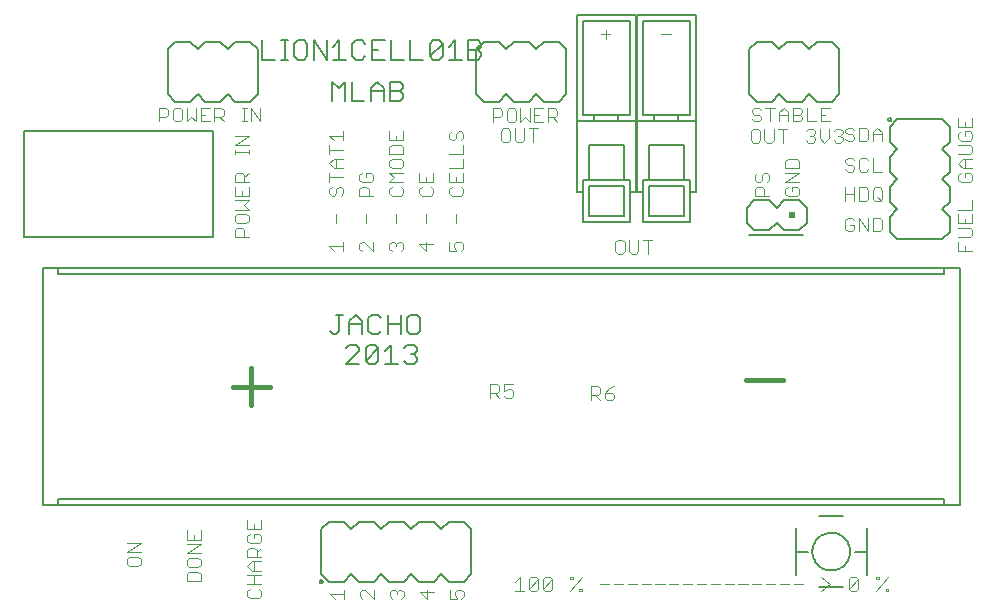
<source format=gbr>
G75*
G70*
%OFA0B0*%
%FSLAX24Y24*%
%IPPOS*%
%LPD*%
%AMOC8*
5,1,8,0,0,1.08239X$1,22.5*
%
%ADD10C,0.0060*%
%ADD11C,0.0040*%
%ADD12C,0.0079*%
%ADD13C,0.0050*%
%ADD14C,0.0160*%
%ADD15R,0.0200X0.0200*%
D10*
X010160Y006163D02*
X010410Y005913D01*
X010910Y005913D01*
X011160Y006163D01*
X011410Y005913D01*
X011910Y005913D01*
X012160Y006163D01*
X012410Y005913D01*
X012910Y005913D01*
X013160Y006163D01*
X013410Y005913D01*
X013910Y005913D01*
X014160Y006163D01*
X014410Y005913D01*
X014910Y005913D01*
X015160Y006163D01*
X015160Y007663D01*
X014910Y007913D01*
X014410Y007913D01*
X014160Y007663D01*
X013910Y007913D01*
X013410Y007913D01*
X013160Y007663D01*
X012910Y007913D01*
X012410Y007913D01*
X012160Y007663D01*
X011910Y007913D01*
X011410Y007913D01*
X011160Y007663D01*
X010910Y007913D01*
X010410Y007913D01*
X010160Y007663D01*
X010160Y006163D01*
X010989Y013163D02*
X011416Y013590D01*
X011416Y013697D01*
X011309Y013804D01*
X011096Y013804D01*
X010989Y013697D01*
X011088Y014167D02*
X011088Y014594D01*
X011302Y014808D01*
X011516Y014594D01*
X011516Y014167D01*
X011733Y014274D02*
X011840Y014167D01*
X012053Y014167D01*
X012160Y014274D01*
X012378Y014167D02*
X012378Y014808D01*
X012160Y014701D02*
X012053Y014808D01*
X011840Y014808D01*
X011733Y014701D01*
X011733Y014274D01*
X011516Y014488D02*
X011088Y014488D01*
X010871Y014808D02*
X010657Y014808D01*
X010764Y014808D02*
X010764Y014274D01*
X010657Y014167D01*
X010551Y014167D01*
X010444Y014274D01*
X011634Y013697D02*
X011634Y013270D01*
X012061Y013697D01*
X012061Y013270D01*
X011954Y013163D01*
X011741Y013163D01*
X011634Y013270D01*
X011416Y013163D02*
X010989Y013163D01*
X011634Y013697D02*
X011741Y013804D01*
X011954Y013804D01*
X012061Y013697D01*
X012278Y013590D02*
X012492Y013804D01*
X012492Y013163D01*
X012705Y013163D02*
X012278Y013163D01*
X012923Y013270D02*
X013030Y013163D01*
X013243Y013163D01*
X013350Y013270D01*
X013350Y013377D01*
X013243Y013484D01*
X013136Y013484D01*
X013243Y013484D02*
X013350Y013590D01*
X013350Y013697D01*
X013243Y013804D01*
X013030Y013804D01*
X012923Y013697D01*
X012805Y014167D02*
X012805Y014808D01*
X013022Y014701D02*
X013022Y014274D01*
X013129Y014167D01*
X013342Y014167D01*
X013449Y014274D01*
X013449Y014701D01*
X013342Y014808D01*
X013129Y014808D01*
X013022Y014701D01*
X012805Y014488D02*
X012378Y014488D01*
X015583Y021913D02*
X016083Y021913D01*
X016333Y022163D01*
X016583Y021913D01*
X017083Y021913D01*
X017333Y022163D01*
X017583Y021913D01*
X018083Y021913D01*
X018333Y022163D01*
X018333Y023663D01*
X018083Y023913D01*
X017583Y023913D01*
X017333Y023663D01*
X017083Y023913D01*
X016583Y023913D01*
X016333Y023663D01*
X016083Y023913D01*
X015583Y023913D01*
X015333Y023663D01*
X015333Y022163D01*
X015583Y021913D01*
X015384Y023313D02*
X015063Y023313D01*
X015063Y023954D01*
X015384Y023954D01*
X015490Y023847D01*
X015490Y023740D01*
X015384Y023633D01*
X015063Y023633D01*
X015384Y023633D02*
X015490Y023527D01*
X015490Y023420D01*
X015384Y023313D01*
X014846Y023313D02*
X014419Y023313D01*
X014632Y023313D02*
X014632Y023954D01*
X014419Y023740D01*
X014201Y023847D02*
X014201Y023420D01*
X014094Y023313D01*
X013881Y023313D01*
X013774Y023420D01*
X014201Y023847D01*
X014094Y023954D01*
X013881Y023954D01*
X013774Y023847D01*
X013774Y023420D01*
X013557Y023313D02*
X013130Y023313D01*
X013130Y023954D01*
X012485Y023954D02*
X012485Y023313D01*
X012912Y023313D01*
X012268Y023313D02*
X011840Y023313D01*
X011840Y023954D01*
X012268Y023954D01*
X012054Y023633D02*
X011840Y023633D01*
X011623Y023420D02*
X011516Y023313D01*
X011303Y023313D01*
X011196Y023420D01*
X011196Y023847D01*
X011303Y023954D01*
X011516Y023954D01*
X011623Y023847D01*
X010978Y023313D02*
X010551Y023313D01*
X010765Y023313D02*
X010765Y023954D01*
X010551Y023740D01*
X010334Y023954D02*
X010334Y023313D01*
X009907Y023954D01*
X009907Y023313D01*
X009689Y023420D02*
X009689Y023847D01*
X009583Y023954D01*
X009369Y023954D01*
X009262Y023847D01*
X009262Y023420D01*
X009369Y023313D01*
X009583Y023313D01*
X009689Y023420D01*
X009046Y023313D02*
X008833Y023313D01*
X008939Y023313D02*
X008939Y023954D01*
X008833Y023954D02*
X009046Y023954D01*
X008615Y023313D02*
X008188Y023313D01*
X008188Y023954D01*
X008035Y023663D02*
X008035Y022163D01*
X007785Y021913D01*
X007285Y021913D01*
X007035Y022163D01*
X006785Y021913D01*
X006285Y021913D01*
X006035Y022163D01*
X005785Y021913D01*
X005285Y021913D01*
X005035Y022163D01*
X005035Y023663D01*
X005285Y023913D01*
X005785Y023913D01*
X006035Y023663D01*
X006285Y023913D01*
X006785Y023913D01*
X007035Y023663D01*
X007285Y023913D01*
X007785Y023913D01*
X008035Y023663D01*
X010523Y022580D02*
X010523Y021939D01*
X010950Y021939D02*
X010950Y022580D01*
X010736Y022366D01*
X010523Y022580D01*
X011167Y022580D02*
X011167Y021939D01*
X011594Y021939D01*
X011812Y021939D02*
X011812Y022366D01*
X012025Y022580D01*
X012239Y022366D01*
X012239Y021939D01*
X012456Y021939D02*
X012777Y021939D01*
X012883Y022046D01*
X012883Y022153D01*
X012777Y022259D01*
X012456Y022259D01*
X012239Y022259D02*
X011812Y022259D01*
X012456Y021939D02*
X012456Y022580D01*
X012777Y022580D01*
X012883Y022473D01*
X012883Y022366D01*
X012777Y022259D01*
X024428Y022163D02*
X024428Y023663D01*
X024678Y023913D01*
X025178Y023913D01*
X025428Y023663D01*
X025678Y023913D01*
X026178Y023913D01*
X026428Y023663D01*
X026678Y023913D01*
X027178Y023913D01*
X027428Y023663D01*
X027428Y022163D01*
X027178Y021913D01*
X026678Y021913D01*
X026428Y022163D01*
X026178Y021913D01*
X025678Y021913D01*
X025428Y022163D01*
X025178Y021913D01*
X024678Y021913D01*
X024428Y022163D01*
X024587Y018622D02*
X024337Y018372D01*
X024337Y017872D01*
X024587Y017622D01*
X025087Y017622D01*
X025337Y017872D01*
X025587Y017622D01*
X026087Y017622D01*
X026337Y017872D01*
X026337Y018372D01*
X026087Y018622D01*
X025587Y018622D01*
X025337Y018372D01*
X025087Y018622D01*
X024587Y018622D01*
X029109Y018572D02*
X029359Y018322D01*
X029109Y018072D01*
X029109Y017572D01*
X029359Y017322D01*
X030859Y017322D01*
X031109Y017572D01*
X031109Y018072D01*
X030859Y018322D01*
X031109Y018572D01*
X031109Y019072D01*
X030859Y019322D01*
X031109Y019572D01*
X031109Y020072D01*
X030859Y020322D01*
X031109Y020572D01*
X031109Y021072D01*
X030859Y021322D01*
X029359Y021322D01*
X029109Y021072D01*
X029109Y020572D01*
X029359Y020322D01*
X029109Y020072D01*
X029109Y019572D01*
X029359Y019322D01*
X029109Y019072D01*
X029109Y018572D01*
D11*
X007776Y005360D02*
X007699Y005437D01*
X007699Y005590D01*
X007776Y005667D01*
X007699Y005821D02*
X008160Y005821D01*
X008083Y005667D02*
X008160Y005590D01*
X008160Y005437D01*
X008083Y005360D01*
X007776Y005360D01*
X007929Y005821D02*
X007929Y006127D01*
X007929Y006281D02*
X007929Y006588D01*
X007853Y006588D02*
X008160Y006588D01*
X008160Y006741D02*
X007699Y006741D01*
X007699Y006972D01*
X007776Y007048D01*
X007929Y007048D01*
X008006Y006972D01*
X008006Y006741D01*
X008006Y006895D02*
X008160Y007048D01*
X008083Y007202D02*
X008160Y007278D01*
X008160Y007432D01*
X008083Y007509D01*
X007929Y007509D01*
X007929Y007355D01*
X007776Y007202D02*
X007699Y007278D01*
X007699Y007432D01*
X007776Y007509D01*
X007699Y007662D02*
X008160Y007662D01*
X008160Y007969D01*
X007929Y007816D02*
X007929Y007662D01*
X007699Y007662D02*
X007699Y007969D01*
X007776Y007202D02*
X008083Y007202D01*
X007853Y006588D02*
X007699Y006434D01*
X007853Y006281D01*
X008160Y006281D01*
X008160Y006127D02*
X007699Y006127D01*
X006140Y006163D02*
X006140Y005933D01*
X005680Y005933D01*
X005680Y006163D01*
X005756Y006240D01*
X006063Y006240D01*
X006140Y006163D01*
X006063Y006393D02*
X005756Y006393D01*
X005680Y006470D01*
X005680Y006624D01*
X005756Y006700D01*
X006063Y006700D01*
X006140Y006624D01*
X006140Y006470D01*
X006063Y006393D01*
X006140Y006854D02*
X005680Y006854D01*
X006140Y007161D01*
X005680Y007161D01*
X005680Y007314D02*
X006140Y007314D01*
X006140Y007621D01*
X005910Y007468D02*
X005910Y007314D01*
X005680Y007314D02*
X005680Y007621D01*
X004140Y007200D02*
X003680Y007200D01*
X003680Y006893D02*
X004140Y007200D01*
X004140Y006893D02*
X003680Y006893D01*
X003756Y006740D02*
X003680Y006663D01*
X003680Y006510D01*
X003756Y006433D01*
X004063Y006433D01*
X004140Y006510D01*
X004140Y006663D01*
X004063Y006740D01*
X003756Y006740D01*
X010449Y005494D02*
X010603Y005340D01*
X010449Y005494D02*
X010910Y005494D01*
X010910Y005647D02*
X010910Y005340D01*
X011449Y005417D02*
X011526Y005340D01*
X011449Y005417D02*
X011449Y005571D01*
X011526Y005647D01*
X011603Y005647D01*
X011910Y005340D01*
X011910Y005647D01*
X012449Y005571D02*
X012526Y005647D01*
X012603Y005647D01*
X012679Y005571D01*
X012756Y005647D01*
X012833Y005647D01*
X012910Y005571D01*
X012910Y005417D01*
X012833Y005340D01*
X012679Y005494D02*
X012679Y005571D01*
X012449Y005571D02*
X012449Y005417D01*
X012526Y005340D01*
X013449Y005571D02*
X013679Y005340D01*
X013679Y005647D01*
X013449Y005571D02*
X013910Y005571D01*
X014449Y005647D02*
X014449Y005340D01*
X014679Y005340D01*
X014603Y005494D01*
X014603Y005571D01*
X014679Y005647D01*
X014833Y005647D01*
X014910Y005571D01*
X014910Y005417D01*
X014833Y005340D01*
X016617Y005602D02*
X016924Y005602D01*
X016770Y005602D02*
X016770Y006063D01*
X016617Y005909D01*
X017077Y005986D02*
X017077Y005679D01*
X017384Y005986D01*
X017384Y005679D01*
X017308Y005602D01*
X017154Y005602D01*
X017077Y005679D01*
X017538Y005679D02*
X017845Y005986D01*
X017845Y005679D01*
X017768Y005602D01*
X017615Y005602D01*
X017538Y005679D01*
X017538Y005986D01*
X017615Y006063D01*
X017768Y006063D01*
X017845Y005986D01*
X017384Y005986D02*
X017308Y006063D01*
X017154Y006063D01*
X017077Y005986D01*
X018459Y005986D02*
X018459Y006063D01*
X018535Y006063D01*
X018535Y005986D01*
X018459Y005986D01*
X018459Y005602D02*
X018842Y006063D01*
X019456Y005832D02*
X019763Y005832D01*
X019916Y005832D02*
X020223Y005832D01*
X020377Y005832D02*
X020684Y005832D01*
X020837Y005832D02*
X021144Y005832D01*
X021298Y005832D02*
X021605Y005832D01*
X021758Y005832D02*
X022065Y005832D01*
X022218Y005832D02*
X022525Y005832D01*
X022679Y005832D02*
X022986Y005832D01*
X023139Y005832D02*
X023446Y005832D01*
X023600Y005832D02*
X023907Y005832D01*
X024060Y005832D02*
X024367Y005832D01*
X024520Y005832D02*
X024827Y005832D01*
X024981Y005832D02*
X025288Y005832D01*
X025441Y005832D02*
X025748Y005832D01*
X025902Y005832D02*
X026209Y005832D01*
X026822Y005602D02*
X027129Y005832D01*
X026822Y006063D01*
X027743Y005986D02*
X027743Y005679D01*
X028050Y005986D01*
X028050Y005679D01*
X027973Y005602D01*
X027820Y005602D01*
X027743Y005679D01*
X027743Y005986D02*
X027820Y006063D01*
X027973Y006063D01*
X028050Y005986D01*
X028664Y005986D02*
X028664Y006063D01*
X028741Y006063D01*
X028741Y005986D01*
X028664Y005986D01*
X028664Y005602D02*
X029048Y006063D01*
X029048Y005679D02*
X029048Y005602D01*
X028971Y005602D01*
X028971Y005679D01*
X029048Y005679D01*
X019910Y012045D02*
X019910Y012122D01*
X019834Y012199D01*
X019603Y012199D01*
X019603Y012045D01*
X019680Y011968D01*
X019834Y011968D01*
X019910Y012045D01*
X019757Y012352D02*
X019603Y012199D01*
X019450Y012199D02*
X019373Y012122D01*
X019143Y012122D01*
X019297Y012122D02*
X019450Y011968D01*
X019450Y012199D02*
X019450Y012352D01*
X019373Y012429D01*
X019143Y012429D01*
X019143Y011968D01*
X019757Y012352D02*
X019910Y012429D01*
X016559Y012495D02*
X016252Y012495D01*
X016252Y012264D01*
X016406Y012341D01*
X016482Y012341D01*
X016559Y012264D01*
X016559Y012111D01*
X016482Y012034D01*
X016329Y012034D01*
X016252Y012111D01*
X016099Y012034D02*
X015945Y012188D01*
X016022Y012188D02*
X015792Y012188D01*
X015792Y012034D02*
X015792Y012495D01*
X016022Y012495D01*
X016099Y012418D01*
X016099Y012264D01*
X016022Y012188D01*
X014813Y016933D02*
X014890Y017010D01*
X014890Y017163D01*
X014813Y017240D01*
X014660Y017240D01*
X014583Y017163D01*
X014583Y017086D01*
X014660Y016933D01*
X014430Y016933D01*
X014430Y017240D01*
X013890Y017163D02*
X013430Y017163D01*
X013660Y016933D01*
X013660Y017240D01*
X013660Y017854D02*
X013660Y018161D01*
X013813Y018775D02*
X013506Y018775D01*
X013430Y018851D01*
X013430Y019005D01*
X013506Y019081D01*
X013430Y019235D02*
X013890Y019235D01*
X013890Y019542D01*
X013660Y019388D02*
X013660Y019235D01*
X013813Y019081D02*
X013890Y019005D01*
X013890Y018851D01*
X013813Y018775D01*
X013430Y019235D02*
X013430Y019542D01*
X012890Y019542D02*
X012430Y019542D01*
X012583Y019388D01*
X012430Y019235D01*
X012890Y019235D01*
X012813Y019081D02*
X012890Y019005D01*
X012890Y018851D01*
X012813Y018775D01*
X012506Y018775D01*
X012430Y018851D01*
X012430Y019005D01*
X012506Y019081D01*
X011890Y019312D02*
X011890Y019465D01*
X011813Y019542D01*
X011660Y019542D01*
X011660Y019388D01*
X011813Y019235D02*
X011506Y019235D01*
X011430Y019312D01*
X011430Y019465D01*
X011506Y019542D01*
X011813Y019235D02*
X011890Y019312D01*
X011660Y019081D02*
X011737Y019005D01*
X011737Y018775D01*
X011890Y018775D02*
X011430Y018775D01*
X011430Y019005D01*
X011506Y019081D01*
X011660Y019081D01*
X010890Y019005D02*
X010890Y018851D01*
X010813Y018775D01*
X010660Y018851D02*
X010660Y019005D01*
X010737Y019081D01*
X010813Y019081D01*
X010890Y019005D01*
X010660Y018851D02*
X010583Y018775D01*
X010506Y018775D01*
X010430Y018851D01*
X010430Y019005D01*
X010506Y019081D01*
X010430Y019235D02*
X010430Y019542D01*
X010430Y019388D02*
X010890Y019388D01*
X010890Y019695D02*
X010583Y019695D01*
X010430Y019849D01*
X010583Y020002D01*
X010890Y020002D01*
X010660Y020002D02*
X010660Y019695D01*
X010430Y020156D02*
X010430Y020463D01*
X010430Y020309D02*
X010890Y020309D01*
X010890Y020616D02*
X010890Y020923D01*
X010890Y020770D02*
X010430Y020770D01*
X010583Y020616D01*
X012430Y020616D02*
X012890Y020616D01*
X012890Y020923D01*
X012660Y020770D02*
X012660Y020616D01*
X012813Y020463D02*
X012506Y020463D01*
X012430Y020386D01*
X012430Y020156D01*
X012890Y020156D01*
X012890Y020386D01*
X012813Y020463D01*
X012430Y020616D02*
X012430Y020923D01*
X012506Y020002D02*
X012430Y019926D01*
X012430Y019772D01*
X012506Y019695D01*
X012813Y019695D01*
X012890Y019772D01*
X012890Y019926D01*
X012813Y020002D01*
X012506Y020002D01*
X012660Y018161D02*
X012660Y017854D01*
X012737Y017240D02*
X012813Y017240D01*
X012890Y017163D01*
X012890Y017010D01*
X012813Y016933D01*
X012660Y017086D02*
X012660Y017163D01*
X012737Y017240D01*
X012660Y017163D02*
X012583Y017240D01*
X012506Y017240D01*
X012430Y017163D01*
X012430Y017010D01*
X012506Y016933D01*
X011890Y016933D02*
X011890Y017240D01*
X011890Y016933D02*
X011583Y017240D01*
X011506Y017240D01*
X011430Y017163D01*
X011430Y017010D01*
X011506Y016933D01*
X010890Y016933D02*
X010890Y017240D01*
X010890Y017086D02*
X010430Y017086D01*
X010583Y016933D01*
X010660Y017854D02*
X010660Y018161D01*
X011660Y018161D02*
X011660Y017854D01*
X014430Y018851D02*
X014506Y018775D01*
X014813Y018775D01*
X014890Y018851D01*
X014890Y019005D01*
X014813Y019081D01*
X014890Y019235D02*
X014430Y019235D01*
X014430Y019542D01*
X014430Y019695D02*
X014890Y019695D01*
X014890Y020002D01*
X014890Y020156D02*
X014430Y020156D01*
X014890Y020156D02*
X014890Y020463D01*
X014813Y020616D02*
X014890Y020693D01*
X014890Y020846D01*
X014813Y020923D01*
X014737Y020923D01*
X014660Y020846D01*
X014660Y020693D01*
X014583Y020616D01*
X014506Y020616D01*
X014430Y020693D01*
X014430Y020846D01*
X014506Y020923D01*
X015878Y021230D02*
X015878Y021691D01*
X016108Y021691D01*
X016185Y021614D01*
X016185Y021460D01*
X016108Y021384D01*
X015878Y021384D01*
X016338Y021307D02*
X016338Y021614D01*
X016415Y021691D01*
X016569Y021691D01*
X016645Y021614D01*
X016645Y021307D01*
X016569Y021230D01*
X016415Y021230D01*
X016338Y021307D01*
X016379Y021021D02*
X016456Y020945D01*
X016456Y020638D01*
X016379Y020561D01*
X016226Y020561D01*
X016149Y020638D01*
X016149Y020945D01*
X016226Y021021D01*
X016379Y021021D01*
X016610Y021021D02*
X016610Y020638D01*
X016686Y020561D01*
X016840Y020561D01*
X016917Y020638D01*
X016917Y021021D01*
X017070Y021021D02*
X017377Y021021D01*
X017223Y021021D02*
X017223Y020561D01*
X017259Y021230D02*
X017566Y021230D01*
X017720Y021230D02*
X017720Y021691D01*
X017950Y021691D01*
X018027Y021614D01*
X018027Y021460D01*
X017950Y021384D01*
X017720Y021384D01*
X017873Y021384D02*
X018027Y021230D01*
X017413Y021460D02*
X017259Y021460D01*
X017259Y021230D02*
X017259Y021691D01*
X017566Y021691D01*
X017106Y021691D02*
X017106Y021230D01*
X016952Y021384D01*
X016799Y021230D01*
X016799Y021691D01*
X014890Y019542D02*
X014890Y019235D01*
X014660Y019235D02*
X014660Y019388D01*
X014506Y019081D02*
X014430Y019005D01*
X014430Y018851D01*
X014660Y018161D02*
X014660Y017854D01*
X019963Y017226D02*
X019963Y016919D01*
X020040Y016842D01*
X020194Y016842D01*
X020270Y016919D01*
X020270Y017226D01*
X020194Y017303D01*
X020040Y017303D01*
X019963Y017226D01*
X020424Y017303D02*
X020424Y016919D01*
X020501Y016842D01*
X020654Y016842D01*
X020731Y016919D01*
X020731Y017303D01*
X020884Y017303D02*
X021191Y017303D01*
X021038Y017303D02*
X021038Y016842D01*
X024621Y018772D02*
X024621Y019002D01*
X024697Y019079D01*
X024851Y019079D01*
X024927Y019002D01*
X024927Y018772D01*
X025081Y018772D02*
X024621Y018772D01*
X024697Y019232D02*
X024621Y019309D01*
X024621Y019462D01*
X024697Y019539D01*
X024851Y019462D02*
X024927Y019539D01*
X025004Y019539D01*
X025081Y019462D01*
X025081Y019309D01*
X025004Y019232D01*
X024851Y019309D02*
X024851Y019462D01*
X024851Y019309D02*
X024774Y019232D01*
X024697Y019232D01*
X025624Y019232D02*
X026085Y019539D01*
X025624Y019539D01*
X025624Y019692D02*
X025624Y019923D01*
X025701Y019999D01*
X026008Y019999D01*
X026085Y019923D01*
X026085Y019692D01*
X025624Y019692D01*
X025624Y019232D02*
X026085Y019232D01*
X026008Y019079D02*
X025855Y019079D01*
X025855Y018925D01*
X026008Y018772D02*
X026085Y018848D01*
X026085Y019002D01*
X026008Y019079D01*
X025701Y019079D02*
X025624Y019002D01*
X025624Y018848D01*
X025701Y018772D01*
X026008Y018772D01*
X027624Y018821D02*
X027931Y018821D01*
X027931Y019051D02*
X027931Y018590D01*
X028084Y018590D02*
X028314Y018590D01*
X028391Y018667D01*
X028391Y018974D01*
X028314Y019051D01*
X028084Y019051D01*
X028084Y018590D01*
X027624Y018590D02*
X027624Y019051D01*
X027700Y019579D02*
X027624Y019655D01*
X027700Y019579D02*
X027854Y019579D01*
X027931Y019655D01*
X027931Y019732D01*
X027854Y019809D01*
X027700Y019809D01*
X027624Y019886D01*
X027624Y019962D01*
X027700Y020039D01*
X027854Y020039D01*
X027931Y019962D01*
X028084Y019962D02*
X028084Y019655D01*
X028161Y019579D01*
X028314Y019579D01*
X028391Y019655D01*
X028544Y019579D02*
X028851Y019579D01*
X028544Y019579D02*
X028544Y020039D01*
X028391Y019962D02*
X028314Y020039D01*
X028161Y020039D01*
X028084Y019962D01*
X027464Y020543D02*
X027310Y020543D01*
X027234Y020620D01*
X027080Y020697D02*
X027080Y021004D01*
X027234Y020927D02*
X027310Y021004D01*
X027464Y021004D01*
X027541Y020927D01*
X027541Y020850D01*
X027464Y020773D01*
X027541Y020697D01*
X027541Y020620D01*
X027464Y020543D01*
X027624Y020663D02*
X027700Y020587D01*
X027854Y020587D01*
X027931Y020663D01*
X027931Y020740D01*
X027854Y020817D01*
X027700Y020817D01*
X027624Y020893D01*
X027624Y020970D01*
X027700Y021047D01*
X027854Y021047D01*
X027931Y020970D01*
X028084Y021047D02*
X028084Y020587D01*
X028314Y020587D01*
X028391Y020663D01*
X028391Y020970D01*
X028314Y021047D01*
X028084Y021047D01*
X028544Y020893D02*
X028544Y020587D01*
X028544Y020817D02*
X028851Y020817D01*
X028851Y020893D02*
X028851Y020587D01*
X028851Y020893D02*
X028698Y021047D01*
X028544Y020893D01*
X027464Y020773D02*
X027387Y020773D01*
X027080Y020697D02*
X026927Y020543D01*
X026773Y020697D01*
X026773Y021004D01*
X026620Y020927D02*
X026620Y020850D01*
X026543Y020773D01*
X026620Y020697D01*
X026620Y020620D01*
X026543Y020543D01*
X026390Y020543D01*
X026313Y020620D01*
X026466Y020773D02*
X026543Y020773D01*
X026620Y020927D02*
X026543Y021004D01*
X026390Y021004D01*
X026313Y020927D01*
X026346Y021250D02*
X026653Y021250D01*
X026806Y021250D02*
X027113Y021250D01*
X026960Y021480D02*
X026806Y021480D01*
X026806Y021710D02*
X026806Y021250D01*
X026346Y021250D02*
X026346Y021710D01*
X026192Y021634D02*
X026192Y021557D01*
X026116Y021480D01*
X025885Y021480D01*
X025732Y021480D02*
X025425Y021480D01*
X025425Y021557D02*
X025579Y021710D01*
X025732Y021557D01*
X025732Y021250D01*
X025885Y021250D02*
X026116Y021250D01*
X026192Y021327D01*
X026192Y021403D01*
X026116Y021480D01*
X026192Y021634D02*
X026116Y021710D01*
X025885Y021710D01*
X025885Y021250D01*
X025699Y021004D02*
X025392Y021004D01*
X025239Y021004D02*
X025239Y020620D01*
X025162Y020543D01*
X025008Y020543D01*
X024932Y020620D01*
X024932Y021004D01*
X024778Y020927D02*
X024702Y021004D01*
X024548Y021004D01*
X024471Y020927D01*
X024471Y020620D01*
X024548Y020543D01*
X024702Y020543D01*
X024778Y020620D01*
X024778Y020927D01*
X024734Y021250D02*
X024581Y021250D01*
X024504Y021327D01*
X024581Y021480D02*
X024734Y021480D01*
X024811Y021403D01*
X024811Y021327D01*
X024734Y021250D01*
X024581Y021480D02*
X024504Y021557D01*
X024504Y021634D01*
X024581Y021710D01*
X024734Y021710D01*
X024811Y021634D01*
X024965Y021710D02*
X025272Y021710D01*
X025118Y021710D02*
X025118Y021250D01*
X025425Y021250D02*
X025425Y021557D01*
X025546Y021004D02*
X025546Y020543D01*
X026806Y021710D02*
X027113Y021710D01*
X028621Y019051D02*
X028775Y019051D01*
X028851Y018974D01*
X028851Y018667D01*
X028775Y018590D01*
X028621Y018590D01*
X028544Y018667D01*
X028544Y018974D01*
X028621Y019051D01*
X028698Y018744D02*
X028851Y018590D01*
X028775Y018043D02*
X028544Y018043D01*
X028544Y017583D01*
X028775Y017583D01*
X028851Y017659D01*
X028851Y017966D01*
X028775Y018043D01*
X028391Y018043D02*
X028391Y017583D01*
X028084Y018043D01*
X028084Y017583D01*
X027931Y017659D02*
X027931Y017813D01*
X027777Y017813D01*
X027624Y017966D02*
X027624Y017659D01*
X027700Y017583D01*
X027854Y017583D01*
X027931Y017659D01*
X027931Y017966D02*
X027854Y018043D01*
X027700Y018043D01*
X027624Y017966D01*
X031398Y017852D02*
X031859Y017852D01*
X031859Y018159D01*
X031859Y018313D02*
X031859Y018620D01*
X031859Y018313D02*
X031398Y018313D01*
X031398Y018159D02*
X031398Y017852D01*
X031398Y017699D02*
X031782Y017699D01*
X031859Y017622D01*
X031859Y017469D01*
X031782Y017392D01*
X031398Y017392D01*
X031398Y017238D02*
X031398Y016931D01*
X031859Y016931D01*
X031628Y016931D02*
X031628Y017085D01*
X031628Y017852D02*
X031628Y018006D01*
X031475Y019233D02*
X031782Y019233D01*
X031859Y019310D01*
X031859Y019464D01*
X031782Y019540D01*
X031628Y019540D01*
X031628Y019387D01*
X031475Y019540D02*
X031398Y019464D01*
X031398Y019310D01*
X031475Y019233D01*
X031552Y019694D02*
X031398Y019847D01*
X031552Y020001D01*
X031859Y020001D01*
X031782Y020154D02*
X031398Y020154D01*
X031628Y020001D02*
X031628Y019694D01*
X031552Y019694D02*
X031859Y019694D01*
X031782Y020154D02*
X031859Y020231D01*
X031859Y020384D01*
X031782Y020461D01*
X031398Y020461D01*
X031475Y020615D02*
X031782Y020615D01*
X031859Y020691D01*
X031859Y020845D01*
X031782Y020921D01*
X031628Y020921D01*
X031628Y020768D01*
X031475Y020615D02*
X031398Y020691D01*
X031398Y020845D01*
X031475Y020921D01*
X031398Y021075D02*
X031859Y021075D01*
X031859Y021382D01*
X031628Y021228D02*
X031628Y021075D01*
X031398Y021075D02*
X031398Y021382D01*
X021806Y024159D02*
X021499Y024159D01*
X019798Y024159D02*
X019491Y024159D01*
X019644Y024006D02*
X019644Y024313D01*
X008131Y021710D02*
X008131Y021250D01*
X007824Y021710D01*
X007824Y021250D01*
X007670Y021250D02*
X007517Y021250D01*
X007594Y021250D02*
X007594Y021710D01*
X007670Y021710D02*
X007517Y021710D01*
X006903Y021634D02*
X006903Y021480D01*
X006826Y021403D01*
X006596Y021403D01*
X006596Y021250D02*
X006596Y021710D01*
X006826Y021710D01*
X006903Y021634D01*
X006750Y021403D02*
X006903Y021250D01*
X006443Y021250D02*
X006136Y021250D01*
X006136Y021710D01*
X006443Y021710D01*
X006289Y021480D02*
X006136Y021480D01*
X005982Y021250D02*
X005982Y021710D01*
X005675Y021710D02*
X005675Y021250D01*
X005829Y021403D01*
X005982Y021250D01*
X005522Y021327D02*
X005522Y021634D01*
X005445Y021710D01*
X005292Y021710D01*
X005215Y021634D01*
X005215Y021327D01*
X005292Y021250D01*
X005445Y021250D01*
X005522Y021327D01*
X005062Y021480D02*
X004985Y021403D01*
X004755Y021403D01*
X004755Y021250D02*
X004755Y021710D01*
X004985Y021710D01*
X005062Y021634D01*
X005062Y021480D01*
X007278Y020770D02*
X007738Y020770D01*
X007278Y020463D01*
X007738Y020463D01*
X007738Y020309D02*
X007738Y020156D01*
X007738Y020233D02*
X007278Y020233D01*
X007278Y020309D02*
X007278Y020156D01*
X007355Y019542D02*
X007508Y019542D01*
X007585Y019465D01*
X007585Y019235D01*
X007738Y019235D02*
X007278Y019235D01*
X007278Y019465D01*
X007355Y019542D01*
X007585Y019389D02*
X007738Y019542D01*
X007738Y019082D02*
X007738Y018775D01*
X007278Y018775D01*
X007278Y019082D01*
X007508Y018928D02*
X007508Y018775D01*
X007738Y018621D02*
X007278Y018621D01*
X007278Y018314D02*
X007738Y018314D01*
X007585Y018468D01*
X007738Y018621D01*
X007662Y018161D02*
X007355Y018161D01*
X007278Y018084D01*
X007278Y017931D01*
X007355Y017854D01*
X007662Y017854D01*
X007738Y017931D01*
X007738Y018084D01*
X007662Y018161D01*
X007508Y017701D02*
X007355Y017701D01*
X007278Y017624D01*
X007278Y017394D01*
X007738Y017394D01*
X007585Y017394D02*
X007585Y017624D01*
X007508Y017701D01*
X018766Y005679D02*
X018842Y005679D01*
X018842Y005602D01*
X018766Y005602D01*
X018766Y005679D01*
D12*
X024432Y017452D02*
X026223Y017452D01*
D13*
X022644Y018897D02*
X022447Y018897D01*
X022447Y017913D01*
X020873Y017913D01*
X020873Y018897D01*
X020676Y018897D01*
X020676Y021259D01*
X020676Y024803D01*
X022644Y024803D01*
X022644Y021259D01*
X022054Y021259D01*
X022054Y021456D01*
X021266Y021456D01*
X021266Y021259D01*
X022054Y021259D01*
X022054Y021456D02*
X022447Y021456D01*
X022447Y024606D01*
X020873Y024606D01*
X020873Y021456D01*
X021266Y021456D01*
X021266Y021259D02*
X020676Y021259D01*
X020644Y021259D02*
X020644Y024803D01*
X018676Y024803D01*
X018676Y021259D01*
X019266Y021259D01*
X019266Y021456D01*
X018873Y021456D01*
X018873Y024606D01*
X020447Y024606D01*
X020447Y021456D01*
X020054Y021456D01*
X020054Y021259D01*
X020644Y021259D01*
X020644Y018897D01*
X020447Y018897D01*
X020447Y017913D01*
X018873Y017913D01*
X018873Y018897D01*
X018676Y018897D01*
X018676Y021259D01*
X019266Y021259D02*
X020054Y021259D01*
X020054Y021456D02*
X019266Y021456D01*
X019069Y020472D02*
X020251Y020472D01*
X020251Y019291D01*
X020447Y019291D01*
X020447Y018897D01*
X020251Y019094D02*
X020251Y018110D01*
X019069Y018110D01*
X019069Y019094D01*
X020251Y019094D01*
X020251Y019291D02*
X019069Y019291D01*
X019069Y020472D01*
X019069Y019291D02*
X018873Y019291D01*
X018873Y018897D01*
X020873Y018897D02*
X020873Y019291D01*
X021069Y019291D01*
X021069Y020472D01*
X022251Y020472D01*
X022251Y019291D01*
X022447Y019291D01*
X022447Y018897D01*
X022644Y018897D02*
X022644Y021259D01*
X022251Y019291D02*
X021069Y019291D01*
X021069Y019094D02*
X022251Y019094D01*
X022251Y018110D01*
X021069Y018110D01*
X021069Y019094D01*
X029059Y021322D02*
X029061Y021335D01*
X029066Y021348D01*
X029075Y021359D01*
X029086Y021366D01*
X029099Y021371D01*
X029112Y021372D01*
X029126Y021369D01*
X029138Y021363D01*
X029148Y021354D01*
X029155Y021342D01*
X029159Y021329D01*
X029159Y021315D01*
X029155Y021302D01*
X029148Y021290D01*
X029138Y021281D01*
X029126Y021275D01*
X029112Y021272D01*
X029099Y021273D01*
X029086Y021278D01*
X029075Y021285D01*
X029066Y021296D01*
X029061Y021309D01*
X029059Y021322D01*
X030922Y016370D02*
X030922Y016153D01*
X001394Y016153D01*
X001394Y016370D01*
X030922Y016370D01*
X031438Y016370D01*
X031438Y008456D01*
X030922Y008456D01*
X030922Y008673D01*
X001394Y008673D01*
X001394Y008456D01*
X030922Y008456D01*
X028341Y007700D02*
X028341Y006913D01*
X027947Y006913D01*
X028341Y006913D02*
X028341Y006126D01*
X027554Y005732D02*
X026766Y005732D01*
X025979Y006126D02*
X025979Y006913D01*
X026373Y006913D01*
X025979Y006913D02*
X025979Y007700D01*
X026766Y008094D02*
X027554Y008094D01*
X026530Y006913D02*
X026532Y006963D01*
X026538Y007013D01*
X026548Y007062D01*
X026562Y007110D01*
X026579Y007157D01*
X026600Y007202D01*
X026625Y007246D01*
X026653Y007287D01*
X026685Y007326D01*
X026719Y007363D01*
X026756Y007397D01*
X026796Y007427D01*
X026838Y007454D01*
X026882Y007478D01*
X026928Y007499D01*
X026975Y007515D01*
X027023Y007528D01*
X027073Y007537D01*
X027122Y007542D01*
X027173Y007543D01*
X027223Y007540D01*
X027272Y007533D01*
X027321Y007522D01*
X027369Y007507D01*
X027415Y007489D01*
X027460Y007467D01*
X027503Y007441D01*
X027544Y007412D01*
X027583Y007380D01*
X027619Y007345D01*
X027651Y007307D01*
X027681Y007267D01*
X027708Y007224D01*
X027731Y007180D01*
X027750Y007134D01*
X027766Y007086D01*
X027778Y007037D01*
X027786Y006988D01*
X027790Y006938D01*
X027790Y006888D01*
X027786Y006838D01*
X027778Y006789D01*
X027766Y006740D01*
X027750Y006692D01*
X027731Y006646D01*
X027708Y006602D01*
X027681Y006559D01*
X027651Y006519D01*
X027619Y006481D01*
X027583Y006446D01*
X027544Y006414D01*
X027503Y006385D01*
X027460Y006359D01*
X027415Y006337D01*
X027369Y006319D01*
X027321Y006304D01*
X027272Y006293D01*
X027223Y006286D01*
X027173Y006283D01*
X027122Y006284D01*
X027073Y006289D01*
X027023Y006298D01*
X026975Y006311D01*
X026928Y006327D01*
X026882Y006348D01*
X026838Y006372D01*
X026796Y006399D01*
X026756Y006429D01*
X026719Y006463D01*
X026685Y006500D01*
X026653Y006539D01*
X026625Y006580D01*
X026600Y006624D01*
X026579Y006669D01*
X026562Y006716D01*
X026548Y006764D01*
X026538Y006813D01*
X026532Y006863D01*
X026530Y006913D01*
X010110Y005913D02*
X010112Y005926D01*
X010117Y005939D01*
X010126Y005950D01*
X010137Y005957D01*
X010150Y005962D01*
X010163Y005963D01*
X010177Y005960D01*
X010189Y005954D01*
X010199Y005945D01*
X010206Y005933D01*
X010210Y005920D01*
X010210Y005906D01*
X010206Y005893D01*
X010199Y005881D01*
X010189Y005872D01*
X010177Y005866D01*
X010163Y005863D01*
X010150Y005864D01*
X010137Y005869D01*
X010126Y005876D01*
X010117Y005887D01*
X010112Y005900D01*
X010110Y005913D01*
X001394Y008456D02*
X000882Y008456D01*
X000882Y016370D01*
X001394Y016370D01*
X000266Y017391D02*
X006566Y017391D01*
X006566Y020935D01*
X000266Y020935D01*
X000266Y017391D01*
D14*
X007214Y012402D02*
X008442Y012402D01*
X007828Y013016D02*
X007828Y011788D01*
X024333Y012622D02*
X025560Y012622D01*
D15*
X025837Y018122D03*
M02*

</source>
